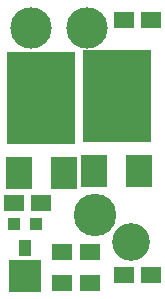
<source format=gts>
%FSLAX42Y42*%
%MOMM*%
G71*
G01*
G75*
G04 Layer_Color=8388736*
%ADD10R,2.00X2.50*%
%ADD11R,5.59X7.62*%
%ADD12R,2.00X2.54*%
%ADD13R,1.50X1.25*%
%ADD14R,0.90X0.90*%
%ADD15R,0.90X1.25*%
%ADD16C,0.50*%
%ADD17C,2.50*%
%ADD18C,2.00*%
%ADD19R,5.80X4.20*%
%ADD20R,3.90X2.20*%
%ADD21R,2.70X3.50*%
%ADD22R,4.40X3.80*%
%ADD23R,6.00X3.40*%
%ADD24C,3.00*%
%ADD25R,2.50X2.50*%
%ADD26C,3.40*%
%ADD27C,3.30*%
%ADD28R,2.20X2.70*%
%ADD29R,5.79X7.82*%
%ADD30R,2.20X2.74*%
%ADD31R,1.70X1.45*%
%ADD32R,1.10X1.10*%
%ADD33R,1.10X1.45*%
%ADD34C,3.20*%
%ADD35R,2.70X2.70*%
%ADD36C,3.60*%
%ADD37C,3.50*%
D28*
X10581Y8600D02*
D03*
X10200D02*
D03*
X9941Y8580D02*
D03*
D29*
X10390Y9235D02*
D03*
X9750Y9215D02*
D03*
D30*
X9560Y8580D02*
D03*
D31*
X9750Y8330D02*
D03*
X9520D02*
D03*
X10680Y9880D02*
D03*
X10450D02*
D03*
X9930Y7910D02*
D03*
X10160D02*
D03*
X10680Y7720D02*
D03*
X10450D02*
D03*
X9930Y7650D02*
D03*
X10160D02*
D03*
D32*
X9710Y8150D02*
D03*
X9520D02*
D03*
D33*
X9615Y7945D02*
D03*
D34*
X10510Y8000D02*
D03*
D35*
X9615Y7710D02*
D03*
D36*
X10210Y8230D02*
D03*
D37*
X10140Y9810D02*
D03*
X9660D02*
D03*
M02*

</source>
